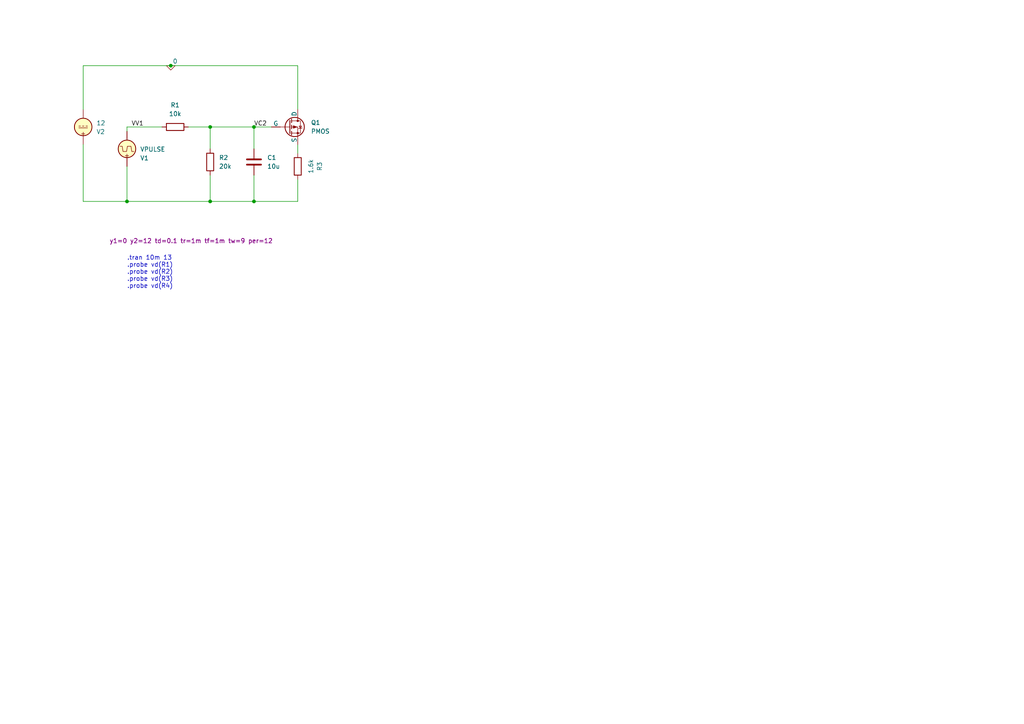
<source format=kicad_sch>
(kicad_sch (version 20230121) (generator eeschema)
  (paper "A4")
  (lib_symbols
    (symbol "Device:C" (pin_numbers hide) (pin_names (offset 0.254))
      (property "Reference" "C" (at 0.635 2.54 0))
      (property "Value" "C" (at 0.635 -2.54 0))
      (symbol "C_0_1"
        (polyline (pts (xy -2.032 -0.762) (xy 2.032 -0.762)) (stroke (width 0.508)))
        (polyline (pts (xy -2.032 0.762) (xy 2.032 0.762)) (stroke (width 0.508)))
      )
      (symbol "C_1_1"
        (pin passive line (at 0 3.81 270) (length 2.794) (name "~") (number "1"))
        (pin passive line (at 0 -3.81 90) (length 2.794) (name "~") (number "2"))
      )
    )
    (symbol "Device:R" (pin_numbers hide) (pin_names (offset 0))
      (property "Reference" "R" (at 2.032 0 90))
      (property "Value" "R" (at 0 0 90))
      (symbol "R_0_1"
        (rectangle (start -1.016 -2.54) (end 1.016 2.54) (stroke (width 0.254)))
      )
      (symbol "R_1_1"
        (pin passive line (at 0 3.81 270) (length 1.27) (name "~") (number "1"))
        (pin passive line (at 0 -3.81 90) (length 1.27) (name "~") (number "2"))
      )
    )
    (symbol "Simulation_SPICE:0" (power) (pin_names (offset 0))
      (property "Value" "0" (at 0 -1.778 0))
      (symbol "0_0_1"
        (polyline (pts (xy -1.27 0) (xy 0 -1.27) (xy 1.27 0) (xy -1.27 0)))
      )
      (symbol "0_1_1"
        (pin power_in line (at 0 0 0) (length 0) hide (name "0") (number "1"))
      )
    )
    (symbol "Simulation_SPICE:PMOS" (pin_numbers hide) (pin_names (offset 0))
      (property "Reference" "Q" (at 5.08 1.27 0))
      (property "Value" "PMOS" (at 5.08 -1.27 0))
      (symbol "PMOS_0_1"
        (polyline (pts (xy 0.254 0) (xy -2.54 0)))
        (polyline (pts (xy 0.254 1.905) (xy 0.254 -1.905)) (stroke (width 0.254)))
        (polyline (pts (xy 0.762 -1.27) (xy 0.762 -2.286)) (stroke (width 0.254)))
        (polyline (pts (xy 0.762 0.508) (xy 0.762 -0.508)) (stroke (width 0.254)))
        (polyline (pts (xy 0.762 2.286) (xy 0.762 1.27)) (stroke (width 0.254)))
        (polyline (pts (xy 2.54 2.54) (xy 2.54 1.778)))
        (polyline (pts (xy 2.54 -2.54) (xy 2.54 0) (xy 0.762 0)))
        (polyline (pts (xy 0.762 1.778) (xy 3.302 1.778) (xy 3.302 -1.778) (xy 0.762 -1.778)))
        (polyline (pts (xy 2.286 0) (xy 1.27 0.381) (xy 1.27 -0.381) (xy 2.286 0)) (fill (type outline)))
        (polyline (pts (xy 2.794 -0.508) (xy 2.921 -0.381) (xy 3.683 -0.381) (xy 3.81 -0.254)))
        (polyline (pts (xy 3.302 -0.381) (xy 2.921 0.254) (xy 3.683 0.254) (xy 3.302 -0.381)))
        (circle (center 1.651 0) (radius 2.794) (stroke (width 0.254)))
        (circle (center 2.54 -1.778) (radius 0.254) (fill (type outline)))
        (circle (center 2.54 1.778) (radius 0.254) (fill (type outline)))
      )
      (symbol "PMOS_1_1"
        (pin passive line (at 2.54 5.08 270) (length 2.54) (name "D") (number "1"))
        (pin input line (at -5.08 0 0) (length 2.54) (name "G") (number "2"))
        (pin passive line (at 2.54 -5.08 90) (length 2.54) (name "S") (number "3"))
      )
    )
    (symbol "Simulation_SPICE:VDC" (pin_numbers hide) (pin_names (offset 0.0254))
      (property "Reference" "V" (at 2.54 2.54 0))
      (property "Value" "1" (at 2.54 0 0))
      (symbol "VDC_0_0"
        (polyline (pts (xy -1.27 0.254) (xy 1.27 0.254)))
        (polyline (pts (xy -0.762 -0.254) (xy -1.27 -0.254)))
        (polyline (pts (xy 0.254 -0.254) (xy -0.254 -0.254)))
        (polyline (pts (xy 1.27 -0.254) (xy 0.762 -0.254)))
        (text "+" (at 0 1.905 0) (effects (font (size 1.27 1.27))))
      )
      (symbol "VDC_0_1"
        (circle (center 0 0) (radius 2.54) (stroke (width 0.254)) (fill (type background)))
      )
      (symbol "VDC_1_1"
        (pin passive line (at 0 5.08 270) (length 2.54) (name "~") (number "1"))
        (pin passive line (at 0 -5.08 90) (length 2.54) (name "~") (number "2"))
      )
    )
    (symbol "Simulation_SPICE:VPULSE" (pin_numbers hide) (pin_names (offset 0.0254))
      (property "Reference" "V" (at 2.54 2.54 0))
      (property "Value" "VPULSE" (at 2.54 0 0))
      (property "Sim.Params" "y1=0 y2=1 td=2n tr=2n tf=2n tw=50n per=100n" (at 2.54 -2.54 0))
      (symbol "VPULSE_0_0"
        (polyline (pts (xy -2.032 -0.762) (xy -1.397 -0.762) (xy -1.143 0.762) (xy -0.127 0.762) (xy 0.127 -0.762) (xy 1.143 -0.762) (xy 1.397 0.762) (xy 2.032 0.762)))
        (text "+" (at 0 1.905 0) (effects (font (size 1.27 1.27))))
      )
      (symbol "VPULSE_0_1"
        (circle (center 0 0) (radius 2.54) (stroke (width 0.254)) (fill (type background)))
      )
      (symbol "VPULSE_1_1"
        (pin passive line (at 0 5.08 270) (length 2.54) (name "~") (number "1"))
        (pin passive line (at 0 -5.08 90) (length 2.54) (name "~") (number "2"))
      )
    )
  )
  (junction (at 49.53 19.05))
  (junction (at 36.83 58.42))
  (junction (at 73.66 36.83))
  (junction (at 60.96 58.42))
  (junction (at 60.96 36.83))
  (junction (at 73.66 58.42))
  (wire (pts (xy 60.96 50.8) (xy 60.96 58.42)))
  (wire (pts (xy 60.96 58.42) (xy 73.66 58.42)))
  (wire (pts (xy 49.53 19.05) (xy 86.36 19.05)))
  (wire (pts (xy 60.96 43.18) (xy 60.96 36.83)))
  (wire (pts (xy 86.36 19.05) (xy 86.36 31.75)))
  (wire (pts (xy 86.36 52.07) (xy 86.36 58.42)))
  (wire (pts (xy 73.66 36.83) (xy 78.74 36.83)))
  (wire (pts (xy 24.13 19.05) (xy 24.13 31.75)))
  (wire (pts (xy 54.61 36.83) (xy 60.96 36.83)))
  (wire (pts (xy 24.13 58.42) (xy 36.83 58.42)))
  (wire (pts (xy 73.66 58.42) (xy 86.36 58.42)))
  (wire (pts (xy 24.13 41.91) (xy 24.13 58.42)))
  (wire (pts (xy 24.13 19.05) (xy 49.53 19.05)))
  (wire (pts (xy 36.83 48.26) (xy 36.83 58.42)))
  (wire (pts (xy 73.66 36.83) (xy 73.66 43.18)))
  (wire (pts (xy 60.96 36.83) (xy 73.66 36.83)))
  (wire (pts (xy 86.36 41.91) (xy 86.36 44.45)))
  (wire (pts (xy 73.66 50.8) (xy 73.66 58.42)))
  (wire (pts (xy 36.83 36.83) (xy 46.99 36.83)))
  (wire (pts (xy 36.83 36.83) (xy 36.83 38.1)))
  (wire (pts (xy 36.83 58.42) (xy 60.96 58.42)))
  (text ".tran 10m 13\n.probe vd(R1)\n.probe vd(R2)\n.probe vd(R3)\n.probe vd(R4)" (at 36.83 83.82 0) (effects (font (size 1.27 1.27)) (justify left bottom)))
  (label "VV1" (at 38.1 36.83 0))
  (label "VC2" (at 73.66 36.83 0))
  (symbol (lib_id "Device:R") (at 50.8 36.83 90) (unit 1)
    (property "Reference" "R1" (at 50.8 30.48 90))
    (property "Value" "10k" (at 50.8 33.02 90))
  )
  (symbol (lib_id "Simulation_SPICE:0") (at 49.53 19.05 0) (unit 1)
    (property "Reference" "#GND01" (effects hide))
    (property "Value" "0" (at 50.8 17.78 0))
  )
  (symbol (lib_id "Device:C") (at 73.66 46.99 0) (unit 1)
    (property "Reference" "C1" (at 77.47 45.72 0) (effects (justify left)))
    (property "Value" "10u" (at 77.47 48.26 0) (effects (justify left)))
  )
  (symbol (lib_id "Simulation_SPICE:VPULSE") (at 36.83 43.18 0) (mirror x) (unit 1)
    (property "Reference" "V1" (at 40.64 45.8498 0) (effects (justify left)))
    (property "Value" "VPULSE" (at 40.64 43.3098 0) (effects (justify left)))
    (property "Sim.Pins" "1=+ 2=-" (effects hide))
    (property "Sim.Type" "PULSE" (effects hide))
    (property "Sim.Device" "V" (effects hide))
    (property "Sim.Params" "y1=0 y2=12 td=0.1 tr=1m tf=1m tw=9 per=12" (at 31.75 69.85 0) (effects (justify left)))
  )
  (symbol (lib_id "Device:R") (at 60.96 46.99 180) (unit 1)
    (property "Reference" "R2" (at 63.5 45.72 0) (effects (justify right)))
    (property "Value" "20k" (at 63.5 48.26 0) (effects (justify right)))
  )
  (symbol (lib_id "Simulation_SPICE:PMOS") (at 83.82 36.83 0) (unit 1)
    (property "Reference" "Q1" (at 90.17 35.56 0) (effects (justify left)))
    (property "Value" "PMOS" (at 90.17 38.1 0) (effects (justify left)))
    (property "Datasheet" "https://ngspice.sourceforge.io/docs/ngspice-manual.pdf" (effects hide))
    (property "Sim.Device" "PMOS" (effects hide))
    (property "Sim.Type" "VDMOS" (effects hide))
    (property "Sim.Pins" "1=D 2=G 3=S" (effects hide))
    (property "Sim.Library" "bs250p.lib" (effects hide))
    (property "Sim.Name" "BS250P" (effects hide))
  )
  (symbol (lib_id "Simulation_SPICE:VDC") (at 24.13 36.83 0) (mirror x) (unit 1)
    (property "Reference" "V2" (at 27.94 38.2298 0) (effects (justify left)))
    (property "Value" "12" (at 27.94 35.6898 0) (effects (justify left)))
    (property "Sim.Pins" "1=+ 2=-" (effects hide))
    (property "Sim.Type" "DC" (effects hide))
    (property "Sim.Device" "V" (effects hide))
  )
  (symbol (lib_id "Device:R") (at 86.36 48.26 180) (unit 1)
    (property "Reference" "R3" (at 92.71 48.26 90))
    (property "Value" "1.6k" (at 90.17 48.26 90))
  )
)
</source>
